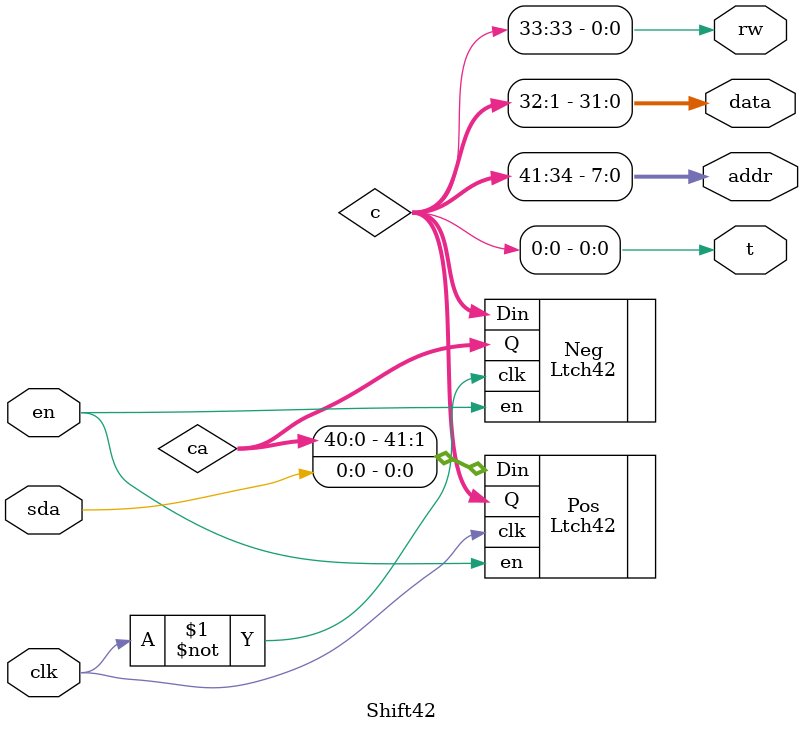
<source format=v>
`timescale 1ns / 1ps

module Shift42(
	output wire [31:0] data, 		// 32 time slices,each gets a counter
	output wire rw,
	output wire [7:0] addr, 		// 32 time slices,each gets a counter
	input wire clk,    		// Output Serial Data Clock
	input wire en,
	input wire sda,
	output wire t
);

wire [41:0]c;
wire [41:0]ca; 

Ltch42 Pos(	
.clk(clk),    		
.en(en),
.Din({ca[40:0],sda}),
.Q(c)
);

Ltch42 Neg(	
.clk(~clk),    		
.en(en),
.Din(c),
.Q(ca)
);

//assign data = 32'hFFFFFFFF;
assign data = c[32:1];
assign rw = c[33];
assign addr = c[41:34];
assign t = c[0];

endmodule
</source>
